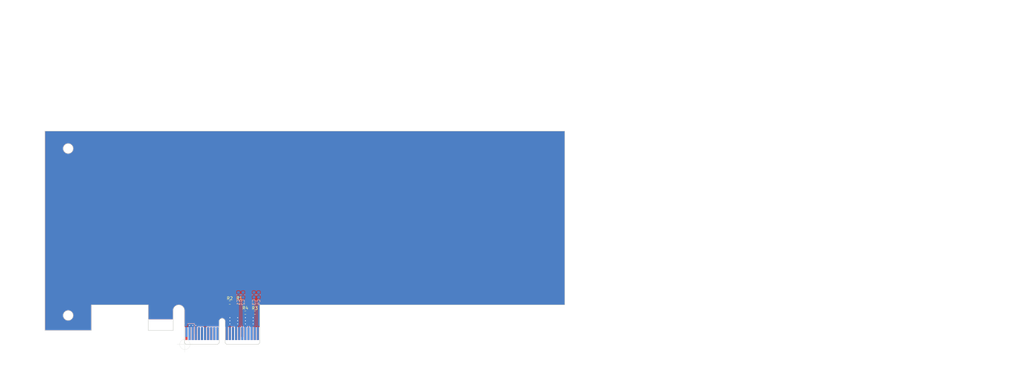
<source format=kicad_pcb>
(kicad_pcb (version 20241229) (generator "pcbnew") (generator_version "9.0")
  (layers (0 "F.Cu" signal) (4 "In1.Cu" signal) (6 "In2.Cu" signal) (2 "B.Cu" signal) (13 "F.Paste" user) (15 "B.Paste" user) (5 "F.SilkS" user "F.Silkscreen") (7 "B.SilkS" user "B.Silkscreen") (1 "F.Mask" user) (3 "B.Mask" user) (25 "Edge.Cuts" user))
  (net 0 "")
  (net 1 "GND")
  (net 2 "+12V")
  (net 3 "/PET0_P")
  (net 4 "/PET1_N")
  (net 5 "/PET1_P")
  (net 6 "/PET0_N")
  (net 7 "/PCIexpress_connector/_PER0_P")
  (net 8 "/PCIexpress_connector/_PER1_P")
  (net 9 "/PCIexpress_connector/_PER1_N")
  (net 10 "/PCIexpress_connector/_PER0_N")
  (net 11 "/PER0_N")
  (net 12 "/PER1_N")
  (net 13 "/PER0_P")
  (net 14 "/PER1_P")
  (net 15 "/~{PRSNT1}")
  (net 16 "/TCK")
  (net 17 "/TDI")
  (net 18 "/TDO")
  (net 19 "/TMS")
  (net 20 "+3V3")
  (net 21 "/~{PERST}")
  (net 22 "/REFCLK+")
  (net 23 "/REFCLK-")
  (net 24 "/SMCLK")
  (net 25 "/SMDAT")
  (net 26 "/~{TRST}")
  (net 27 "+3.3VA")
  (net 28 "/~{WAKE}")
  (net 29 "/~{PRSNT2x1}")
  (footprint "Resistor_SMD:R_0603_1608Metric" (layer "F.Cu") (at 121.0925 183.07 180)
    (property "Reference" "R2" (at 0 1.365 0) (layer "F.SilkS"))
    (property "Value" "49.9")
    (fp_line (start -0.237258 0.5225) (end 0.237258 0.5225) (stroke (width 0.12)) (layer "F.SilkS"))
    (fp_line (start -0.237258 -0.5225) (end 0.237258 -0.5225) (stroke (width 0.12)) (layer "F.SilkS"))
    (pad "1" smd roundrect (at -0.825 0 180) (size 0.8 0.95) (layers "F.Cu" "F.Mask" "F.Paste") (net 3 "/PET0_P"))
    (pad "2" smd roundrect (at 0.825 0 180) (size 0.8 0.95) (layers "F.Cu" "F.Mask" "F.Paste") (net 1 "GND"))
  )
  (footprint "Resistor_SMD:R_0603_1608Metric" (layer "F.Cu") (at 124.1725 183.07)
    (property "Reference" "R1" (at 0 -1.43 0) (layer "F.SilkS"))
    (property "Value" "49.9")
    (fp_line (start -0.237258 -0.5225) (end 0.237258 -0.5225) (stroke (width 0.12)) (layer "F.SilkS"))
    (fp_line (start -0.237258 0.5225) (end 0.237258 0.5225) (stroke (width 0.12)) (layer "F.SilkS"))
    (pad "1" smd roundrect (at -0.825 0) (size 0.8 0.95) (layers "F.Cu" "F.Mask" "F.Paste") (net 6 "/PET0_N"))
    (pad "2" smd roundrect (at 0.825 0) (size 0.8 0.95) (layers "F.Cu" "F.Mask" "F.Paste") (net 1 "GND"))
  )
  (footprint "PCIexpress:PCIexpress_bracket_low" (layer "F.Cu") (at 106.63 196.57)
    (property "Reference" "J1" (hide yes))
    (property "Value" "PCIexpress_bracket")
  )
  (footprint "Resistor_SMD:R_0603_1608Metric" (layer "F.Cu") (at 129.1675 186.32)
    (property "Reference" "R3" (at 0 -1.43 0) (layer "F.SilkS"))
    (property "Value" "49.9")
    (fp_line (start -0.237258 -0.5225) (end 0.237258 -0.5225) (stroke (width 0.12)) (layer "F.SilkS"))
    (fp_line (start -0.237258 0.5225) (end 0.237258 0.5225) (stroke (width 0.12)) (layer "F.SilkS"))
    (pad "1" smd roundrect (at -0.825 0) (size 0.8 0.95) (layers "F.Cu" "F.Mask" "F.Paste") (net 4 "/PET1_N"))
    (pad "2" smd roundrect (at 0.825 0) (size 0.8 0.95) (layers "F.Cu" "F.Mask" "F.Paste") (net 1 "GND"))
  )
  (footprint "PCIexpress:PCIexpress_x2" (layer "F.Cu") (at 106.63 196.57)
    (property "Reference" "J1" (hide yes))
    (property "Value" "PCIexpress_x2")
    (pad "A1" connect rect (at 0.5 -4) (size 0.7 3.2) (layers "B.Cu") (net 15 "/~{PRSNT1}"))
    (pad "A2" connect rect (at 1.5 -3.5) (size 0.7 4.2) (layers "B.Cu") (net 2 "+12V"))
    (pad "A3" connect rect (at 2.5 -3.5) (size 0.7 4.2) (layers "B.Cu") (net 2 "+12V"))
    (pad "A4" connect rect (at 3.5 -3.5) (size 0.7 4.2) (layers "B.Cu") (net 1 "GND"))
    (pad "A5" connect rect (at 4.5 -3.5) (size 0.7 4.2) (layers "B.Cu") (net 16 "/TCK"))
    (pad "A6" connect rect (at 5.5 -3.5) (size 0.7 4.2) (layers "B.Cu") (net 17 "/TDI"))
    (pad "A7" connect rect (at 6.5 -3.5) (size 0.7 4.2) (layers "B.Cu") (net 18 "/TDO"))
    (pad "A8" connect rect (at 7.5 -3.5) (size 0.7 4.2) (layers "B.Cu") (net 19 "/TMS"))
    (pad "A9" connect rect (at 8.5 -3.5) (size 0.7 4.2) (layers "B.Cu") (net 20 "+3V3"))
    (pad "A10" connect rect (at 9.5 -3.5) (size 0.7 4.2) (layers "B.Cu") (net 20 "+3V3"))
    (pad "A11" connect rect (at 10.5 -3.5) (size 0.7 4.2) (layers "B.Cu") (net 21 "/~{PERST}"))
    (pad "A12" connect rect (at 13.5 -3.5) (size 0.7 4.2) (layers "B.Cu") (net 1 "GND"))
    (pad "A13" connect rect (at 14.5 -3.5) (size 0.7 4.2) (layers "B.Cu") (net 22 "/REFCLK+"))
    (pad "A14" connect rect (at 15.5 -3.5) (size 0.7 4.2) (layers "B.Cu") (net 23 "/REFCLK-"))
    (pad "A15" connect rect (at 16.5 -3.5) (size 0.7 4.2) (layers "B.Cu") (net 1 "GND"))
    (pad "A16" connect rect (at 17.5 -3.5) (size 0.7 4.2) (layers "B.Cu") (net 7 "/PCIexpress_connector/_PER0_P"))
    (pad "A17" connect rect (at 18.5 -3.5) (size 0.7 4.2) (layers "B.Cu") (net 10 "/PCIexpress_connector/_PER0_N"))
    (pad "A18" connect rect (at 19.5 -3.5) (size 0.7 4.2) (layers "B.Cu") (net 1 "GND"))
    (pad "A19" connect rect (at 20.5 -3.5) (size 0.7 4.2) (layers "B.Cu"))
    (pad "A20" connect rect (at 21.5 -3.5) (size 0.7 4.2) (layers "B.Cu") (net 1 "GND"))
    (pad "A21" connect rect (at 22.5 -3.5) (size 0.7 4.2) (layers "B.Cu") (net 8 "/PCIexpress_connector/_PER1_P"))
    (pad "A22" connect rect (at 23.5 -3.5) (size 0.7 4.2) (layers "B.Cu") (net 9 "/PCIexpress_connector/_PER1_N"))
    (pad "B1" connect rect (at 0.5 -3.5) (size 0.7 4.2) (layers "F.Cu") (net 2 "+12V"))
    (pad "B2" connect rect (at 1.5 -3.5) (size 0.7 4.2) (layers "F.Cu") (net 2 "+12V"))
    (pad "B3" connect rect (at 2.5 -3.5) (size 0.7 4.2) (layers "F.Cu") (net 2 "+12V"))
    (pad "B4" connect rect (at 3.5 -3.5) (size 0.7 4.2) (layers "F.Cu") (net 1 "GND"))
    (pad "B5" connect rect (at 4.5 -3.5) (size 0.7 4.2) (layers "F.Cu") (net 24 "/SMCLK"))
    (pad "B6" connect rect (at 5.5 -3.5) (size 0.7 4.2) (layers "F.Cu") (net 25 "/SMDAT"))
    (pad "B7" connect rect (at 6.5 -3.5) (size 0.7 4.2) (layers "F.Cu") (net 1 "GND"))
    (pad "B8" connect rect (at 7.5 -3.5) (size 0.7 4.2) (layers "F.Cu") (net 20 "+3V3"))
    (pad "B9" connect rect (at 8.5 -3.5) (size 0.7 4.2) (layers "F.Cu") (net 26 "/~{TRST}"))
    (pad "B10" connect rect (at 9.5 -3.5) (size 0.7 4.2) (layers "F.Cu") (net 27 "+3.3VA"))
    (pad "B11" connect rect (at 10.5 -3.5) (size 0.7 4.2) (layers "F.Cu") (net 28 "/~{WAKE}"))
    (pad "B12" connect rect (at 13.5 -3.5) (size 0.7 4.2) (layers "F.Cu"))
    (pad "B13" connect rect (at 14.5 -3.5) (size 0.7 4.2) (layers "F.Cu") (net 1 "GND"))
    (pad "B14" connect rect (at 15.5 -3.5) (size 0.7 4.2) (layers "F.Cu") (net 3 "/PET0_P"))
    (pad "B15" connect rect (at 16.5 -3.5) (size 0.7 4.2) (layers "F.Cu") (net 6 "/PET0_N"))
    (pad "B16" connect rect (at 17.5 -3.5) (size 0.7 4.2) (layers "F.Cu") (net 1 "GND"))
    (pad "B17" connect rect (at 18.5 -4) (size 0.7 3.2) (layers "F.Cu") (net 29 "/~{PRSNT2x1}"))
    (pad "B18" connect rect (at 19.5 -3.5) (size 0.7 4.2) (layers "F.Cu") (net 1 "GND"))
    (pad "B19" connect rect (at 20.5 -3.5) (size 0.7 4.2) (layers "F.Cu") (net 5 "/PET1_P"))
    (pad "B20" connect rect (at 21.5 -3.5) (size 0.7 4.2) (layers "F.Cu") (net 4 "/PET1_N"))
    (pad "B21" connect rect (at 22.5 -3.5) (size 0.7 4.2) (layers "F.Cu") (net 1 "GND"))
    (pad "B22" connect rect (at 23.5 -3.5) (size 0.7 4.2) (layers "F.Cu") (net 1 "GND"))
  )
  (footprint "Resistor_SMD:R_0603_1608Metric" (layer "F.Cu") (at 126.0925 186.32 180)
    (property "Reference" "R4" (at 0 1.505 0) (layer "F.SilkS"))
    (property "Value" "49.9")
    (fp_line (start -0.237258 0.5225) (end 0.237258 0.5225) (stroke (width 0.12)) (layer "F.SilkS"))
    (fp_line (start -0.237258 -0.5225) (end 0.237258 -0.5225) (stroke (width 0.12)) (layer "F.SilkS"))
    (pad "1" smd roundrect (at -0.825 0 180) (size 0.8 0.95) (layers "F.Cu" "F.Mask" "F.Paste") (net 5 "/PET1_P"))
    (pad "2" smd roundrect (at 0.825 0 180) (size 0.8 0.95) (layers "F.Cu" "F.Mask" "F.Paste") (net 1 "GND"))
  )
  (footprint "Capacitor_SMD:C_0603_1608Metric" (layer "B.Cu") (at 125.38 180.5575 90)
    (property "Reference" "C2" (at -2.4275 0.005 90) (layer "B.SilkS") (effects (justify mirror)))
    (property "Value" "100n")
    (fp_line (start -0.14058 -0.51) (end 0.14058 -0.51) (stroke (width 0.12)) (layer "B.SilkS"))
    (fp_line (start -0.14058 0.51) (end 0.14058 0.51) (stroke (width 0.12)) (layer "B.SilkS"))
    (pad "1" smd roundrect (at -0.775 0 90) (size 0.9 0.95) (layers "B.Cu" "B.Mask" "B.Paste") (net 10 "/PCIexpress_connector/_PER0_N"))
    (pad "2" smd roundrect (at 0.775 0 90) (size 0.9 0.95) (layers "B.Cu" "B.Mask" "B.Paste") (net 11 "/PER0_N"))
  )
  (footprint "Capacitor_SMD:C_0603_1608Metric" (layer "B.Cu") (at 123.88 180.5575 -90)
    (property "Reference" "C1" (at 2.4375 0 270) (layer "B.SilkS") (effects (justify mirror)))
    (property "Value" "100n")
    (fp_line (start -0.14058 0.51) (end 0.14058 0.51) (stroke (width 0.12)) (layer "B.SilkS"))
    (fp_line (start -0.14058 -0.51) (end 0.14058 -0.51) (stroke (width 0.12)) (layer "B.SilkS"))
    (pad "1" smd roundrect (at -0.775 0 270) (size 0.9 0.95) (layers "B.Cu" "B.Mask" "B.Paste") (net 13 "/PER0_P"))
    (pad "2" smd roundrect (at 0.775 0 270) (size 0.9 0.95) (layers "B.Cu" "B.Mask" "B.Paste") (net 7 "/PCIexpress_connector/_PER0_P"))
  )
  (footprint "Capacitor_SMD:C_0603_1608Metric" (layer "B.Cu") (at 128.88 180.5575 -90)
    (property "Reference" "C3" (at 2.4125 0 90) (layer "B.SilkS") (effects (justify mirror)))
    (property "Value" "100n")
    (fp_line (start -0.14058 0.51) (end 0.14058 0.51) (stroke (width 0.12)) (layer "B.SilkS"))
    (fp_line (start -0.14058 -0.51) (end 0.14058 -0.51) (stroke (width 0.12)) (layer "B.SilkS"))
    (pad "1" smd roundrect (at -0.775 0 270) (size 0.9 0.95) (layers "B.Cu" "B.Mask" "B.Paste") (net 14 "/PER1_P"))
    (pad "2" smd roundrect (at 0.775 0 270) (size 0.9 0.95) (layers "B.Cu" "B.Mask" "B.Paste") (net 8 "/PCIexpress_connector/_PER1_P"))
  )
  (footprint "Capacitor_SMD:C_0603_1608Metric" (layer "B.Cu") (at 130.38 180.5575 90)
    (property "Reference" "C4" (at -2.4125 0.005 90) (layer "B.SilkS") (effects (justify mirror)))
    (property "Value" "100n")
    (fp_line (start -0.14058 -0.51) (end 0.14058 -0.51) (stroke (width 0.12)) (layer "B.SilkS"))
    (fp_line (start -0.14058 0.51) (end 0.14058 0.51) (stroke (width 0.12)) (layer "B.SilkS"))
    (pad "1" smd roundrect (at -0.775 0 90) (size 0.9 0.95) (layers "B.Cu" "B.Mask" "B.Paste") (net 9 "/PCIexpress_connector/_PER1_N"))
    (pad "2" smd roundrect (at 0.775 0 90) (size 0.9 0.95) (layers "B.Cu" "B.Mask" "B.Paste") (net 12 "/PER1_N"))
  )
  (gr_line (start 61.48 192.07) (end 76.48 192.07) (stroke (width 0.15)) (layer "Edge.Cuts"))
  (gr_line (start 119.58 196.07) (end 120.08 196.57) (stroke (width 0.15)) (layer "Edge.Cuts"))
  (gr_line (start 94.83 192.07) (end 102.83 192.07) (stroke (width 0.15)) (layer "Edge.Cuts"))
  (gr_arc (start 102.83 185.645) (mid 104.655 183.82) (end 106.48 185.645) (stroke (width 0.15)) (layer "Edge.Cuts"))
  (gr_line (start 130.28 196.57) (end 120.08 196.57) (stroke (width 0.15)) (layer "Edge.Cuts"))
  (gr_line (start 130.78 183.82) (end 130.78 196.07) (stroke (width 0.15)) (layer "Edge.Cuts"))
  (gr_line (start 76.48 192.07) (end 76.48 183.82) (stroke (width 0.15)) (layer "Edge.Cuts"))
  (gr_line (start 106.98 196.57) (end 117.18 196.57) (stroke (width 0.15)) (layer "Edge.Cuts"))
  (gr_circle (center 68.98 187.22) (end 70.58 187.22) (stroke (width 0.15)) (fill no) (layer "Edge.Cuts"))
  (gr_line (start 229.13 183.82) (end 130.78 183.82) (stroke (width 0.15)) (layer "Edge.Cuts"))
  (gr_line (start 106.48 196.07) (end 106.98 196.57) (stroke (width 0.15)) (layer "Edge.Cuts"))
  (gr_line (start 102.83 192.07) (end 102.83 185.645) (stroke (width 0.15)) (layer "Edge.Cuts"))
  (gr_line (start 117.68 196.07) (end 117.68 189.12) (stroke (width 0.15)) (layer "Edge.Cuts"))
  (gr_line (start 117.18 196.57) (end 117.68 196.07) (stroke (width 0.15)) (layer "Edge.Cuts"))
  (gr_arc (start 117.68 189.12) (mid 118.63 188.17) (end 119.58 189.12) (stroke (width 0.15)) (layer "Edge.Cuts"))
  (gr_line (start 61.48 127.67) (end 61.48 192.07) (stroke (width 0.15)) (layer "Edge.Cuts"))
  (gr_line (start 229.13 127.67) (end 61.48 127.67) (stroke (width 0.15)) (layer "Edge.Cuts"))
  (gr_line (start 119.58 189.12) (end 119.58 196.07) (stroke (width 0.15)) (layer "Edge.Cuts"))
  (gr_line (start 130.78 196.07) (end 130.28 196.57) (stroke (width 0.15)) (layer "Edge.Cuts"))
  (gr_line (start 106.48 185.645) (end 106.48 196.07) (stroke (width 0.15)) (layer "Edge.Cuts"))
  (gr_line (start 76.48 183.82) (end 94.83 183.82) (stroke (width 0.15)) (layer "Edge.Cuts"))
  (gr_line (start 229.13 183.82) (end 229.13 127.67) (stroke (width 0.15)) (layer "Edge.Cuts"))
  (gr_circle (center 68.98 133.32) (end 70.58 133.32) (stroke (width 0.15)) (fill no) (layer "Edge.Cuts"))
  (gr_line (start 94.83 183.82) (end 94.83 192.07) (stroke (width 0.15)) (layer "Edge.Cuts"))
  (target plus (at 106.63 196.57) (size 5) (width 0.05) (layer "Edge.Cuts"))
  (segment (start 110.13 193.07) (end 110.13 190.445) (width 0.7) (layer "F.Cu") (net 1))
  (segment (start 110.13 190.57) (end 110.13 190.57) (width 0.7) (layer "F.Cu") (net 1))
  (via (at 110.13 190.445) (size 0.55) (drill 0.3) (layers "F.Cu" "B.Cu") (net 1))
  (via (at 128.63 189.945) (size 0.55) (drill 0.3) (layers "F.Cu" "B.Cu") (net 1))
  (via (at 126.13 189.945) (size 0.55) (drill 0.3) (layers "F.Cu" "B.Cu") (net 1))
  (via (at 128.63 187.945) (size 0.55) (drill 0.3) (layers "F.Cu" "B.Cu") (net 1))
  (via (at 126.13 188.945) (size 0.55) (drill 0.3) (layers "F.Cu" "B.Cu") (net 1))
  (via (at 128.63 188.945) (size 0.55) (drill 0.3) (layers "F.Cu" "B.Cu") (net 1))
  (via (at 123.63 187.945) (size 0.55) (drill 0.3) (layers "F.Cu" "B.Cu") (net 1))
  (via (at 121.13 188.945) (size 0.55) (drill 0.3) (layers "F.Cu" "B.Cu") (net 1))
  (via (at 123.63 188.945) (size 0.55) (drill 0.3) (layers "F.Cu" "B.Cu") (net 1))
  (via (at 121.13 189.945) (size 0.55) (drill 0.3) (layers "F.Cu" "B.Cu") (net 1))
  (via (at 126.13 187.945) (size 0.55) (drill 0.3) (layers "F.Cu" "B.Cu") (net 1))
  (via (at 123.63 189.945) (size 0.55) (drill 0.3) (layers "F.Cu" "B.Cu") (net 1))
  (via (at 121.13 187.945) (size 0.55) (drill 0.3) (layers "F.Cu" "B.Cu") (net 1))
  (segment (start 108.13 193.07) (end 108.13 190.445) (width 0.0889) (layer "F.Cu") (net 2))
  (via (at 108.13 190.445) (size 0.55) (drill 0.3) (layers "F.Cu" "B.Cu") (net 2))
  (via (at 109.13 190.445) (size 0.55) (drill 0.3) (layers "F.Cu" "B.Cu") (net 2))
  (segment (start 121.9175 183.71375) (end 121.9175 183.07) (width 0.2) (layer "F.Cu") (net 3))
  (segment (start 122.43 184.22625) (end 121.9175 183.71375) (width 0.2) (layer "F.Cu") (net 3))
  (segment (start 122.43 190.52) (end 122.43 184.22625) (width 0.2) (layer "F.Cu") (net 3))
  (segment (start 122.13 190.82) (end 122.43 190.52) (width 0.2) (layer "F.Cu") (net 3))
  (segment (start 122.13 193.07) (end 122.13 190.82) (width 0.2) (layer "F.Cu") (net 3))
  (segment (start 128.13 190.82) (end 127.83 190.52) (width 0.2) (layer "F.Cu") (net 4))
  (segment (start 128.3425 186.9825) (end 128.3425 186.32) (width 0.2) (layer "F.Cu") (net 4))
  (segment (start 127.83 190.52) (end 127.83 187.495) (width 0.2) (layer "F.Cu") (net 4))
  (segment (start 127.83 187.495) (end 128.3425 186.9825) (width 0.2) (layer "F.Cu") (net 4))
  (segment (start 128.13 193.07) (end 128.13 190.82) (width 0.2) (layer "F.Cu") (net 4))
  (segment (start 127.13 193.07) (end 127.13 190.82) (width 0.2) (layer "F.Cu") (net 5))
  (segment (start 127.43 190.52) (end 127.43 187.495) (width 0.2) (layer "F.Cu") (net 5))
  (segment (start 127.43 187.495) (end 126.9175 186.9825) (width 0.2) (layer "F.Cu") (net 5))
  (segment (start 127.13 190.82) (end 127.43 190.52) (width 0.2) (layer "F.Cu") (net 5))
  (segment (start 126.9175 186.9825) (end 126.9175 186.32) (width 0.2) (layer "F.Cu") (net 5))
  (segment (start 123.13 193.07) (end 123.13 190.82) (width 0.2) (layer "F.Cu") (net 6))
  (segment (start 123.13 190.82) (end 122.83 190.52) (width 0.2) (layer "F.Cu") (net 6))
  (segment (start 122.83 190.52) (end 122.83 184.245) (width 0.2) (layer "F.Cu") (net 6))
  (segment (start 122.83 184.245) (end 123.3425 183.7325) (width 0.2) (layer "F.Cu") (net 6))
  (segment (start 123.3425 183.7325) (end 123.3425 183.07) (width 0.2) (layer "F.Cu") (net 6))
  (segment (start 123.88 181.945) (end 123.88 181.3575) (width 0.2) (layer "B.Cu") (net 7))
  (segment (start 124.43 190.52) (end 124.43 182.495) (width 0.2) (layer "B.Cu") (net 7))
  (segment (start 124.43 182.495) (end 123.88 181.945) (width 0.2) (layer "B.Cu") (net 7))
  (segment (start 124.13 193.07) (end 124.13 190.82) (width 0.2) (layer "B.Cu") (net 7))
  (segment (start 124.13 190.82) (end 124.43 190.52) (width 0.2) (layer "B.Cu") (net 7))
  (segment (start 129.43 182.495) (end 128.88 181.945) (width 0.2) (layer "B.Cu") (net 8))
  (segment (start 129.13 193.07) (end 129.13 190.82) (width 0.2) (layer "B.Cu") (net 8))
  (segment (start 129.13 190.82) (end 129.43 190.52) (width 0.2) (layer "B.Cu") (net 8))
  (segment (start 129.43 190.52) (end 129.43 182.495) (width 0.2) (layer "B.Cu") (net 8))
  (segment (start 128.88 181.945) (end 128.88 181.3575) (width 0.2) (layer "B.Cu") (net 8))
  (segment (start 130.13 190.82) (end 130.13 193.07) (width 0.2) (layer "B.Cu") (net 9))
  (segment (start 129.83 182.495) (end 129.83 190.52) (width 0.2) (layer "B.Cu") (net 9))
  (segment (start 129.83 190.52) (end 130.13 190.82) (width 0.2) (layer "B.Cu") (net 9))
  (segment (start 130.38 181.3575) (end 130.38 181.945) (width 0.2) (layer "B.Cu") (net 9))
  (segment (start 130.38 181.945) (end 129.83 182.495) (width 0.2) (layer "B.Cu") (net 9))
  (segment (start 125.38 181.945) (end 124.83 182.495) (width 0.2) (layer "B.Cu") (net 10))
  (segment (start 125.13 190.82) (end 125.13 193.07) (width 0.2) (layer "B.Cu") (net 10))
  (segment (start 125.38 181.3575) (end 125.38 181.945) (width 0.2) (layer "B.Cu") (net 10))
  (segment (start 124.83 190.52) (end 125.13 190.82) (width 0.2) (layer "B.Cu") (net 10))
  (segment (start 124.83 182.495) (end 124.83 190.52) (width 0.2) (layer "B.Cu") (net 10))
  (zone (net 1) (net_name "GND") (layer "F.Cu") (connect_pads thru_hole_only (clearance 0)) (min_thickness 0.25) (fill yes (thermal_gap 0.508) (thermal_bridge_width 0.508))
    (polygon (pts (xy 61.505 127.695) (xy 229.13 127.695) (xy 229.13 183.82) (xy 130.775 183.82) (xy 130.775 190.97) (xy 106.38 190.97) (xy 106.38 185.695) (xy 102.88 185.695) (xy 102.88 188.445) (xy 94.755 188.445) (xy 94.755 183.82) (xy 76.505 183.82) (xy 76.505 192.07) (xy 61.505 192.07)))
  )
  (zone (net 2) (net_name "+12V") (layer "F.Cu") (priority 2) (connect_pads thru_hole_only (clearance 0)) (min_thickness 0.25) (fill yes (thermal_gap 0.508) (thermal_bridge_width 0.508))
    (polygon (pts (xy 109.63 190.971) (xy 106.38 190.971) (xy 106.38 189.945) (xy 109.63 189.945)))
  )
  (zone (net 0) (net_name "") (layers "F.Cu" "B.Cu" "In1.Cu" "In2.Cu") (connect_pads (clearance 0)) (min_thickness 0.254)
    (keepout (tracks not_allowed) (vias not_allowed) (pads allowed) (copperpour not_allowed) (footprints allowed))
    (fill (thermal_gap 0.508) (thermal_bridge_width 0.508))
    (polygon (pts (xy 94.83 188.57) (xy 102.83 188.57) (xy 102.83 192.07) (xy 94.83 192.07)))
  )
  (zone (net 1) (net_name "GND") (layer "B.Cu") (connect_pads thru_hole_only (clearance 0)) (min_thickness 0.25) (fill yes (thermal_gap 0.508) (thermal_bridge_width 0.508))
    (polygon (pts (xy 61.505 127.695) (xy 229.13 127.695) (xy 229.13 183.82) (xy 130.85 183.82) (xy 130.85 190.97) (xy 106.38 190.97) (xy 106.38 185.695) (xy 102.88 185.695) (xy 102.88 188.445) (xy 94.755 188.445) (xy 94.755 183.82) (xy 76.505 183.82) (xy 76.505 192.07) (xy 61.505 192.07)))
  )
  (zone (net 2) (net_name "+12V") (layer "B.Cu") (priority 2) (connect_pads thru_hole_only (clearance 0)) (min_thickness 0.25) (fill yes (thermal_gap 0.508) (thermal_bridge_width 0.508))
    (polygon (pts (xy 109.63 190.971) (xy 107.63 190.971) (xy 107.63 189.945) (xy 109.63 189.945)))
  )
)
</source>
